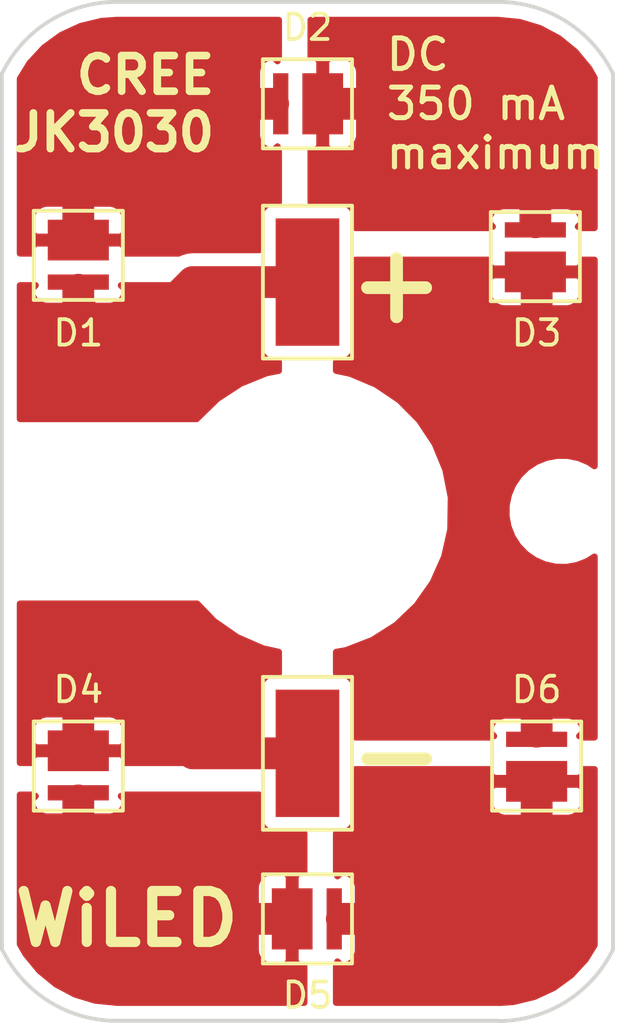
<source format=kicad_pcb>
(kicad_pcb (version 4) (host pcbnew 4.0.6+dfsg1-1)

  (general
    (links 7)
    (no_connects 0)
    (area 130.466667 79.424999 160.533333 119.583993)
    (thickness 1.6)
    (drawings 11)
    (tracks 28)
    (zones 0)
    (modules 11)
    (nets 8)
  )

  (page A4)
  (title_block
    (date 2018-07-08)
  )

  (layers
    (0 F.Cu signal)
    (31 B.Cu signal)
    (32 B.Adhes user)
    (33 F.Adhes user)
    (34 B.Paste user)
    (35 F.Paste user)
    (36 B.SilkS user)
    (37 F.SilkS user)
    (38 B.Mask user)
    (39 F.Mask user)
    (40 Dwgs.User user)
    (41 Cmts.User user)
    (42 Eco1.User user)
    (43 Eco2.User user)
    (44 Edge.Cuts user)
    (45 Margin user)
    (46 B.CrtYd user)
    (47 F.CrtYd user)
    (48 B.Fab user)
    (49 F.Fab user)
  )

  (setup
    (last_trace_width 1.25)
    (trace_clearance 0.2)
    (zone_clearance 0.508)
    (zone_45_only no)
    (trace_min 0.2)
    (segment_width 0.2)
    (edge_width 0.15)
    (via_size 0.6)
    (via_drill 0.4)
    (via_min_size 0.4)
    (via_min_drill 0.3)
    (uvia_size 0.3)
    (uvia_drill 0.1)
    (uvias_allowed no)
    (uvia_min_size 0.2)
    (uvia_min_drill 0.1)
    (pcb_text_width 0.3)
    (pcb_text_size 1.5 1.5)
    (mod_edge_width 0.15)
    (mod_text_size 1 1)
    (mod_text_width 0.15)
    (pad_size 1.524 1.524)
    (pad_drill 0.762)
    (pad_to_mask_clearance 0.2)
    (aux_axis_origin 0 0)
    (visible_elements FFFFFF7F)
    (pcbplotparams
      (layerselection 0x00030_80000001)
      (usegerberextensions false)
      (excludeedgelayer true)
      (linewidth 0.100000)
      (plotframeref false)
      (viasonmask false)
      (mode 1)
      (useauxorigin false)
      (hpglpennumber 1)
      (hpglpenspeed 20)
      (hpglpendiameter 15)
      (hpglpenoverlay 2)
      (psnegative false)
      (psa4output false)
      (plotreference true)
      (plotvalue true)
      (plotinvisibletext false)
      (padsonsilk false)
      (subtractmaskfromsilk false)
      (outputformat 1)
      (mirror false)
      (drillshape 1)
      (scaleselection 1)
      (outputdirectory ""))
  )

  (net 0 "")
  (net 1 "Net-(D1-Pad1)")
  (net 2 "Net-(D1-Pad2)")
  (net 3 "Net-(D2-Pad1)")
  (net 4 "Net-(D3-Pad1)")
  (net 5 "Net-(D4-Pad1)")
  (net 6 "Net-(D4-Pad2)")
  (net 7 "Net-(D5-Pad2)")

  (net_class Default "This is the default net class."
    (clearance 0.2)
    (trace_width 1.25)
    (via_dia 0.6)
    (via_drill 0.4)
    (uvia_dia 0.3)
    (uvia_drill 0.1)
    (add_net "Net-(D1-Pad1)")
    (add_net "Net-(D1-Pad2)")
    (add_net "Net-(D2-Pad1)")
    (add_net "Net-(D3-Pad1)")
    (add_net "Net-(D4-Pad1)")
    (add_net "Net-(D4-Pad2)")
    (add_net "Net-(D5-Pad2)")
  )

  (module custom-footprints:10mm_NPTH (layer F.Cu) (tedit 5B3868A7) (tstamp 5B386F90)
    (at 145.5 99.5)
    (fp_text reference REF** (at 0 6.5) (layer F.SilkS) hide
      (effects (font (size 1 1) (thickness 0.15)))
    )
    (fp_text value 10mm_NPTH (at 0 -6.75) (layer F.Fab) hide
      (effects (font (size 1 1) (thickness 0.15)))
    )
    (pad "" np_thru_hole circle (at 0 0) (size 10 10) (drill 10) (layers *.Cu *.Mask))
  )

  (module custom-footprints:3.2mm_NPTH (layer F.Cu) (tedit 5B386FA0) (tstamp 5B3878AF)
    (at 135.5 99.5)
    (fp_text reference REF** (at 0 2.75) (layer F.SilkS) hide
      (effects (font (size 1 1) (thickness 0.15)))
    )
    (fp_text value 3.2mm_NPTH (at 0 -2.5) (layer F.Fab) hide
      (effects (font (size 1 1) (thickness 0.15)))
    )
    (pad "" np_thru_hole circle (at 0 0) (size 3.1 3.1) (drill 3.1) (layers *.Cu *.Mask))
  )

  (module custom-footprints:3.2mm_NPTH (layer F.Cu) (tedit 5B386FD5) (tstamp 5B3878CF)
    (at 155.5 99.5)
    (fp_text reference REF** (at 0 2.75) (layer F.SilkS) hide
      (effects (font (size 1 1) (thickness 0.15)))
    )
    (fp_text value 3.2mm_NPTH (at 0 -2.5) (layer F.Fab) hide
      (effects (font (size 1 1) (thickness 0.15)))
    )
    (pad "" np_thru_hole circle (at 0 0) (size 3.1 3.1) (drill 3.1) (layers *.Cu *.Mask))
  )

  (module custom-footprints:JK3030 (layer F.Cu) (tedit 5B388712) (tstamp 5B386BE7)
    (at 136.5 89.45 270)
    (path /5B38617C)
    (fp_text reference D1 (at 3.05 0 360) (layer F.SilkS)
      (effects (font (size 1 1) (thickness 0.15)))
    )
    (fp_text value JK3030 (at 0 -2.5 270) (layer F.Fab)
      (effects (font (size 1 1) (thickness 0.15)))
    )
    (fp_line (start -1.75 -1.75) (end 1.75 -1.75) (layer F.SilkS) (width 0.15))
    (fp_line (start 1.75 -1.75) (end 1.75 1.75) (layer F.SilkS) (width 0.15))
    (fp_line (start 1.75 1.75) (end -1.75 1.75) (layer F.SilkS) (width 0.15))
    (fp_line (start -1.75 1.75) (end -1.75 -1.75) (layer F.SilkS) (width 0.15))
    (fp_line (start -1.75 -1.75) (end 1.75 -1.75) (layer F.CrtYd) (width 0.15))
    (fp_line (start 1.75 -1.75) (end 1.75 1.75) (layer F.CrtYd) (width 0.15))
    (fp_line (start 1.75 1.75) (end -1.75 1.75) (layer F.CrtYd) (width 0.15))
    (fp_line (start -1.75 1.75) (end -1.75 -1.75) (layer F.CrtYd) (width 0.15))
    (fp_line (start -1.5 -1.5) (end 1.5 -1.5) (layer F.Fab) (width 0.15))
    (fp_line (start 1.5 -1.5) (end 1.5 1.5) (layer F.Fab) (width 0.15))
    (fp_line (start 1.5 1.5) (end -1.5 1.5) (layer F.Fab) (width 0.15))
    (fp_line (start -1.5 1.5) (end -1.5 -1.5) (layer F.Fab) (width 0.15))
    (pad 1 smd rect (at -0.6 0 270) (size 1.6 2.4) (layers F.Cu F.Paste F.Mask)
      (net 1 "Net-(D1-Pad1)") (solder_paste_margin -0.15))
    (pad 2 smd rect (at 1.35 0 270) (size 0.6 2.4) (drill (offset -0.3 0)) (layers F.Cu F.Paste F.Mask)
      (net 2 "Net-(D1-Pad2)") (solder_paste_margin -0.1))
  )

  (module custom-footprints:JK3030 (layer F.Cu) (tedit 5B3870B1) (tstamp 5B386BF5)
    (at 145.5 83.5 180)
    (path /5B38626B)
    (fp_text reference D2 (at 0 3 180) (layer F.SilkS)
      (effects (font (size 1 1) (thickness 0.15)))
    )
    (fp_text value JK3030 (at 0 -2.5 180) (layer F.Fab)
      (effects (font (size 1 1) (thickness 0.15)))
    )
    (fp_line (start -1.75 -1.75) (end 1.75 -1.75) (layer F.SilkS) (width 0.15))
    (fp_line (start 1.75 -1.75) (end 1.75 1.75) (layer F.SilkS) (width 0.15))
    (fp_line (start 1.75 1.75) (end -1.75 1.75) (layer F.SilkS) (width 0.15))
    (fp_line (start -1.75 1.75) (end -1.75 -1.75) (layer F.SilkS) (width 0.15))
    (fp_line (start -1.75 -1.75) (end 1.75 -1.75) (layer F.CrtYd) (width 0.15))
    (fp_line (start 1.75 -1.75) (end 1.75 1.75) (layer F.CrtYd) (width 0.15))
    (fp_line (start 1.75 1.75) (end -1.75 1.75) (layer F.CrtYd) (width 0.15))
    (fp_line (start -1.75 1.75) (end -1.75 -1.75) (layer F.CrtYd) (width 0.15))
    (fp_line (start -1.5 -1.5) (end 1.5 -1.5) (layer F.Fab) (width 0.15))
    (fp_line (start 1.5 -1.5) (end 1.5 1.5) (layer F.Fab) (width 0.15))
    (fp_line (start 1.5 1.5) (end -1.5 1.5) (layer F.Fab) (width 0.15))
    (fp_line (start -1.5 1.5) (end -1.5 -1.5) (layer F.Fab) (width 0.15))
    (pad 1 smd rect (at -0.6 0 180) (size 1.6 2.4) (layers F.Cu F.Paste F.Mask)
      (net 3 "Net-(D2-Pad1)") (solder_paste_margin -0.15))
    (pad 2 smd rect (at 1.35 0 180) (size 0.6 2.4) (drill (offset -0.3 0)) (layers F.Cu F.Paste F.Mask)
      (net 1 "Net-(D1-Pad1)") (solder_paste_margin -0.1))
  )

  (module custom-footprints:JK3030 (layer F.Cu) (tedit 5B388719) (tstamp 5B386C03)
    (at 154.45 89.5 90)
    (path /5B386297)
    (fp_text reference D3 (at -3 0.05 180) (layer F.SilkS)
      (effects (font (size 1 1) (thickness 0.15)))
    )
    (fp_text value JK3030 (at 0 -2.5 90) (layer F.Fab)
      (effects (font (size 1 1) (thickness 0.15)))
    )
    (fp_line (start -1.75 -1.75) (end 1.75 -1.75) (layer F.SilkS) (width 0.15))
    (fp_line (start 1.75 -1.75) (end 1.75 1.75) (layer F.SilkS) (width 0.15))
    (fp_line (start 1.75 1.75) (end -1.75 1.75) (layer F.SilkS) (width 0.15))
    (fp_line (start -1.75 1.75) (end -1.75 -1.75) (layer F.SilkS) (width 0.15))
    (fp_line (start -1.75 -1.75) (end 1.75 -1.75) (layer F.CrtYd) (width 0.15))
    (fp_line (start 1.75 -1.75) (end 1.75 1.75) (layer F.CrtYd) (width 0.15))
    (fp_line (start 1.75 1.75) (end -1.75 1.75) (layer F.CrtYd) (width 0.15))
    (fp_line (start -1.75 1.75) (end -1.75 -1.75) (layer F.CrtYd) (width 0.15))
    (fp_line (start -1.5 -1.5) (end 1.5 -1.5) (layer F.Fab) (width 0.15))
    (fp_line (start 1.5 -1.5) (end 1.5 1.5) (layer F.Fab) (width 0.15))
    (fp_line (start 1.5 1.5) (end -1.5 1.5) (layer F.Fab) (width 0.15))
    (fp_line (start -1.5 1.5) (end -1.5 -1.5) (layer F.Fab) (width 0.15))
    (pad 1 smd rect (at -0.6 0 90) (size 1.6 2.4) (layers F.Cu F.Paste F.Mask)
      (net 4 "Net-(D3-Pad1)") (solder_paste_margin -0.15))
    (pad 2 smd rect (at 1.35 0 90) (size 0.6 2.4) (drill (offset -0.3 0)) (layers F.Cu F.Paste F.Mask)
      (net 3 "Net-(D2-Pad1)") (solder_paste_margin -0.1))
  )

  (module custom-footprints:JK3030 (layer F.Cu) (tedit 5B38871E) (tstamp 5B386C11)
    (at 136.5 109.5 270)
    (path /5B38646C)
    (fp_text reference D4 (at -3 0 360) (layer F.SilkS)
      (effects (font (size 1 1) (thickness 0.15)))
    )
    (fp_text value JK3030 (at 0 -2.5 270) (layer F.Fab)
      (effects (font (size 1 1) (thickness 0.15)))
    )
    (fp_line (start -1.75 -1.75) (end 1.75 -1.75) (layer F.SilkS) (width 0.15))
    (fp_line (start 1.75 -1.75) (end 1.75 1.75) (layer F.SilkS) (width 0.15))
    (fp_line (start 1.75 1.75) (end -1.75 1.75) (layer F.SilkS) (width 0.15))
    (fp_line (start -1.75 1.75) (end -1.75 -1.75) (layer F.SilkS) (width 0.15))
    (fp_line (start -1.75 -1.75) (end 1.75 -1.75) (layer F.CrtYd) (width 0.15))
    (fp_line (start 1.75 -1.75) (end 1.75 1.75) (layer F.CrtYd) (width 0.15))
    (fp_line (start 1.75 1.75) (end -1.75 1.75) (layer F.CrtYd) (width 0.15))
    (fp_line (start -1.75 1.75) (end -1.75 -1.75) (layer F.CrtYd) (width 0.15))
    (fp_line (start -1.5 -1.5) (end 1.5 -1.5) (layer F.Fab) (width 0.15))
    (fp_line (start 1.5 -1.5) (end 1.5 1.5) (layer F.Fab) (width 0.15))
    (fp_line (start 1.5 1.5) (end -1.5 1.5) (layer F.Fab) (width 0.15))
    (fp_line (start -1.5 1.5) (end -1.5 -1.5) (layer F.Fab) (width 0.15))
    (pad 1 smd rect (at -0.6 0 270) (size 1.6 2.4) (layers F.Cu F.Paste F.Mask)
      (net 5 "Net-(D4-Pad1)") (solder_paste_margin -0.15))
    (pad 2 smd rect (at 1.35 0 270) (size 0.6 2.4) (drill (offset -0.3 0)) (layers F.Cu F.Paste F.Mask)
      (net 6 "Net-(D4-Pad2)") (solder_paste_margin -0.1))
  )

  (module custom-footprints:JK3030 (layer F.Cu) (tedit 5B3870CF) (tstamp 5B386C1F)
    (at 145.5 115.5)
    (path /5B38642F)
    (fp_text reference D5 (at 0 3) (layer F.SilkS)
      (effects (font (size 1 1) (thickness 0.15)))
    )
    (fp_text value JK3030 (at 0 -2.5) (layer F.Fab)
      (effects (font (size 1 1) (thickness 0.15)))
    )
    (fp_line (start -1.75 -1.75) (end 1.75 -1.75) (layer F.SilkS) (width 0.15))
    (fp_line (start 1.75 -1.75) (end 1.75 1.75) (layer F.SilkS) (width 0.15))
    (fp_line (start 1.75 1.75) (end -1.75 1.75) (layer F.SilkS) (width 0.15))
    (fp_line (start -1.75 1.75) (end -1.75 -1.75) (layer F.SilkS) (width 0.15))
    (fp_line (start -1.75 -1.75) (end 1.75 -1.75) (layer F.CrtYd) (width 0.15))
    (fp_line (start 1.75 -1.75) (end 1.75 1.75) (layer F.CrtYd) (width 0.15))
    (fp_line (start 1.75 1.75) (end -1.75 1.75) (layer F.CrtYd) (width 0.15))
    (fp_line (start -1.75 1.75) (end -1.75 -1.75) (layer F.CrtYd) (width 0.15))
    (fp_line (start -1.5 -1.5) (end 1.5 -1.5) (layer F.Fab) (width 0.15))
    (fp_line (start 1.5 -1.5) (end 1.5 1.5) (layer F.Fab) (width 0.15))
    (fp_line (start 1.5 1.5) (end -1.5 1.5) (layer F.Fab) (width 0.15))
    (fp_line (start -1.5 1.5) (end -1.5 -1.5) (layer F.Fab) (width 0.15))
    (pad 1 smd rect (at -0.6 0) (size 1.6 2.4) (layers F.Cu F.Paste F.Mask)
      (net 6 "Net-(D4-Pad2)") (solder_paste_margin -0.15))
    (pad 2 smd rect (at 1.35 0) (size 0.6 2.4) (drill (offset -0.3 0)) (layers F.Cu F.Paste F.Mask)
      (net 7 "Net-(D5-Pad2)") (solder_paste_margin -0.1))
  )

  (module custom-footprints:JK3030 (layer F.Cu) (tedit 5B388721) (tstamp 5B386C2D)
    (at 154.5 109.5 90)
    (path /5B3863A7)
    (fp_text reference D6 (at 3 0 180) (layer F.SilkS)
      (effects (font (size 1 1) (thickness 0.15)))
    )
    (fp_text value JK3030 (at 0 -2.5 90) (layer F.Fab)
      (effects (font (size 1 1) (thickness 0.15)))
    )
    (fp_line (start -1.75 -1.75) (end 1.75 -1.75) (layer F.SilkS) (width 0.15))
    (fp_line (start 1.75 -1.75) (end 1.75 1.75) (layer F.SilkS) (width 0.15))
    (fp_line (start 1.75 1.75) (end -1.75 1.75) (layer F.SilkS) (width 0.15))
    (fp_line (start -1.75 1.75) (end -1.75 -1.75) (layer F.SilkS) (width 0.15))
    (fp_line (start -1.75 -1.75) (end 1.75 -1.75) (layer F.CrtYd) (width 0.15))
    (fp_line (start 1.75 -1.75) (end 1.75 1.75) (layer F.CrtYd) (width 0.15))
    (fp_line (start 1.75 1.75) (end -1.75 1.75) (layer F.CrtYd) (width 0.15))
    (fp_line (start -1.75 1.75) (end -1.75 -1.75) (layer F.CrtYd) (width 0.15))
    (fp_line (start -1.5 -1.5) (end 1.5 -1.5) (layer F.Fab) (width 0.15))
    (fp_line (start 1.5 -1.5) (end 1.5 1.5) (layer F.Fab) (width 0.15))
    (fp_line (start 1.5 1.5) (end -1.5 1.5) (layer F.Fab) (width 0.15))
    (fp_line (start -1.5 1.5) (end -1.5 -1.5) (layer F.Fab) (width 0.15))
    (pad 1 smd rect (at -0.6 0 90) (size 1.6 2.4) (layers F.Cu F.Paste F.Mask)
      (net 7 "Net-(D5-Pad2)") (solder_paste_margin -0.15))
    (pad 2 smd rect (at 1.35 0 90) (size 0.6 2.4) (drill (offset -0.3 0)) (layers F.Cu F.Paste F.Mask)
      (net 4 "Net-(D3-Pad1)") (solder_paste_margin -0.1))
  )

  (module custom-footprints:2x5mm_SMD_pad (layer F.Cu) (tedit 5B388935) (tstamp 5B3873E9)
    (at 145.5 109)
    (path /5B386ED9)
    (fp_text reference J2 (at 0 4) (layer F.SilkS) hide
      (effects (font (size 1 1) (thickness 0.15)))
    )
    (fp_text value - (at 3.5 0) (layer F.SilkS)
      (effects (font (size 3 3) (thickness 0.5)))
    )
    (fp_line (start -1.75 -3) (end 1.75 -3) (layer F.SilkS) (width 0.15))
    (fp_line (start 1.75 -3) (end 1.75 3) (layer F.SilkS) (width 0.15))
    (fp_line (start 1.75 3) (end -1.75 3) (layer F.SilkS) (width 0.15))
    (fp_line (start -1.75 3) (end -1.75 -3) (layer F.SilkS) (width 0.15))
    (pad 1 smd rect (at 0 0) (size 2.5 5) (layers F.Cu F.Paste F.Mask)
      (net 5 "Net-(D4-Pad1)"))
  )

  (module custom-footprints:2x5mm_SMD_pad (layer F.Cu) (tedit 5B38892F) (tstamp 5B3873E5)
    (at 145.5 90.5)
    (path /5B386C46)
    (fp_text reference J1 (at 0 4) (layer F.SilkS) hide
      (effects (font (size 1 1) (thickness 0.15)))
    )
    (fp_text value + (at 3.5 0) (layer F.SilkS)
      (effects (font (size 3 3) (thickness 0.5)))
    )
    (fp_line (start -1.75 -3) (end 1.75 -3) (layer F.SilkS) (width 0.15))
    (fp_line (start 1.75 -3) (end 1.75 3) (layer F.SilkS) (width 0.15))
    (fp_line (start 1.75 3) (end -1.75 3) (layer F.SilkS) (width 0.15))
    (fp_line (start -1.75 3) (end -1.75 -3) (layer F.SilkS) (width 0.15))
    (pad 1 smd rect (at 0 0) (size 2.5 5) (layers F.Cu F.Paste F.Mask)
      (net 2 "Net-(D1-Pad2)"))
  )

  (gr_line (start 157.5 116.7) (end 157.5 82.3) (layer Edge.Cuts) (width 0.15))
  (gr_line (start 133.5 116.7) (end 133.5 82.3) (layer Edge.Cuts) (width 0.15))
  (gr_text WiLED (at 143 115.5) (layer F.SilkS) (tstamp 5B3888B7)
    (effects (font (size 2 2) (thickness 0.4)) (justify right))
  )
  (gr_text "DC\n350 mA\nmaximum" (at 148.5 83.5) (layer F.SilkS) (tstamp 5B3887EB)
    (effects (font (size 1.2 1.2) (thickness 0.2)) (justify left))
  )
  (gr_text "CREE\nJK3030" (at 142 83.5) (layer F.SilkS)
    (effects (font (size 1.4 1.4) (thickness 0.3)) (justify right))
  )
  (gr_line (start 138 119.5) (end 153 119.5) (angle 90) (layer Edge.Cuts) (width 0.15))
  (gr_line (start 138 79.5) (end 153 79.5) (angle 90) (layer Edge.Cuts) (width 0.15))
  (gr_arc (start 153 114.5) (end 157.5 116.7) (angle 63.94650469) (layer Edge.Cuts) (width 0.15))
  (gr_arc (start 138 114.5) (end 138 119.5) (angle 63.94650743) (layer Edge.Cuts) (width 0.15))
  (gr_arc (start 153 84.5) (end 153 79.5) (angle 63.94650743) (layer Edge.Cuts) (width 0.15))
  (gr_arc (start 138 84.5) (end 138 79.5) (angle -63.94650743) (layer Edge.Cuts) (width 0.15))

  (segment (start 144.15 83.5) (end 139.5 83.5) (width 1.25) (layer F.Cu) (net 1))
  (segment (start 136.5 86.5) (end 136.5 88.85) (width 1.25) (layer F.Cu) (net 1) (tstamp 5B38756C))
  (segment (start 139.5 83.5) (end 136.5 86.5) (width 1.25) (layer F.Cu) (net 1) (tstamp 5B38756B))
  (segment (start 136.5 90.8) (end 136.5 91.5) (width 1.25) (layer F.Cu) (net 2))
  (segment (start 141 90.5) (end 145.5 90.5) (width 1.25) (layer F.Cu) (net 2) (tstamp 5B3875C0))
  (segment (start 139 92.5) (end 141 90.5) (width 1.25) (layer F.Cu) (net 2) (tstamp 5B3875BF))
  (segment (start 137.5 92.5) (end 139 92.5) (width 1.25) (layer F.Cu) (net 2) (tstamp 5B3875BE))
  (segment (start 136.5 91.5) (end 137.5 92.5) (width 1.25) (layer F.Cu) (net 2) (tstamp 5B3875BC))
  (segment (start 154.45 88.15) (end 154.45 86.7) (width 1.25) (layer F.Cu) (net 3))
  (segment (start 151.25 83.5) (end 146.1 83.5) (width 1.25) (layer F.Cu) (net 3) (tstamp 5B387619))
  (segment (start 154.45 86.7) (end 151.25 83.5) (width 1.25) (layer F.Cu) (net 3) (tstamp 5B387618))
  (segment (start 154.5 108.15) (end 154.5 102.5) (width 1.25) (layer F.Cu) (net 4))
  (segment (start 154.5 96.5) (end 154.5 90.15) (width 1.25) (layer F.Cu) (net 4) (tstamp 5B3878E8))
  (segment (start 152.5 98.5) (end 154.5 96.5) (width 1.25) (layer F.Cu) (net 4) (tstamp 5B3878E7))
  (segment (start 152.5 100.5) (end 152.5 98.5) (width 1.25) (layer F.Cu) (net 4) (tstamp 5B3878E6))
  (segment (start 154.5 102.5) (end 152.5 100.5) (width 1.25) (layer F.Cu) (net 4) (tstamp 5B3878E5))
  (segment (start 154.5 90.15) (end 154.45 90.1) (width 1.25) (layer F.Cu) (net 4) (tstamp 5B3878E9))
  (segment (start 136.5 108.9) (end 136.5 107) (width 1.25) (layer F.Cu) (net 5))
  (segment (start 141 109) (end 145.5 109) (width 1.25) (layer F.Cu) (net 5) (tstamp 5B3875B8))
  (segment (start 138.5 106.5) (end 141 109) (width 1.25) (layer F.Cu) (net 5) (tstamp 5B3875B7))
  (segment (start 137 106.5) (end 138.5 106.5) (width 1.25) (layer F.Cu) (net 5) (tstamp 5B3875B6))
  (segment (start 136.5 107) (end 137 106.5) (width 1.25) (layer F.Cu) (net 5) (tstamp 5B3875B5))
  (segment (start 144.9 115.5) (end 139.5 115.5) (width 1.25) (layer F.Cu) (net 6))
  (segment (start 136.5 112.5) (end 136.5 110.85) (width 1.25) (layer F.Cu) (net 6) (tstamp 5B3875B2))
  (segment (start 139.5 115.5) (end 136.5 112.5) (width 1.25) (layer F.Cu) (net 6) (tstamp 5B3875B1))
  (segment (start 154.5 110.1) (end 154.5 112.5) (width 1.25) (layer F.Cu) (net 7))
  (segment (start 151.5 115.5) (end 146.85 115.5) (width 1.25) (layer F.Cu) (net 7) (tstamp 5B3875AE))
  (segment (start 154.5 112.5) (end 151.5 115.5) (width 1.25) (layer F.Cu) (net 7) (tstamp 5B3875AD))

  (zone (net 1) (net_name "Net-(D1-Pad1)") (layer F.Cu) (tstamp 5B387D32) (hatch edge 0.508)
    (connect_pads (clearance 0.508))
    (min_thickness 0.254)
    (fill yes (arc_segments 32) (thermal_gap 0.508) (thermal_bridge_width 0.508))
    (polygon
      (pts
        (xy 137.5 89.5) (xy 144.5 89.5) (xy 144.5 80) (xy 133.5 80) (xy 133.5 89.5)
      )
    )
    (filled_polygon
      (pts
        (xy 144.373 81.665) (xy 144.322998 81.665) (xy 144.322998 81.823748) (xy 144.16425 81.665) (xy 144.087458 81.665)
        (xy 143.964777 81.689403) (xy 143.849215 81.73727) (xy 143.745211 81.806763) (xy 143.656763 81.895211) (xy 143.58727 81.999215)
        (xy 143.539403 82.114777) (xy 143.515 82.237458) (xy 143.515 83.21425) (xy 143.67375 83.373) (xy 144.323 83.373)
        (xy 144.323 83.353) (xy 144.373 83.353) (xy 144.373 83.647) (xy 144.323 83.647) (xy 144.323 83.627)
        (xy 143.67375 83.627) (xy 143.515 83.78575) (xy 143.515 84.762542) (xy 143.539403 84.885223) (xy 143.58727 85.000785)
        (xy 143.656763 85.104789) (xy 143.745211 85.193237) (xy 143.849215 85.26273) (xy 143.964777 85.310597) (xy 144.087458 85.335)
        (xy 144.16425 85.335) (xy 144.322998 85.176252) (xy 144.322998 85.335) (xy 144.373 85.335) (xy 144.373 87.361928)
        (xy 144.25 87.361928) (xy 144.148879 87.369992) (xy 143.977366 87.423106) (xy 143.827441 87.5219) (xy 143.710975 87.65855)
        (xy 143.63719 87.822237) (xy 143.611928 88) (xy 143.611928 89.24) (xy 141 89.24) (xy 140.884166 89.251358)
        (xy 140.768221 89.261502) (xy 140.761858 89.263351) (xy 140.755265 89.263997) (xy 140.643894 89.297621) (xy 140.532076 89.330107)
        (xy 140.526189 89.333158) (xy 140.519851 89.335072) (xy 140.448519 89.373) (xy 138.335 89.373) (xy 138.335 89.13575)
        (xy 138.17625 88.977) (xy 136.627 88.977) (xy 136.627 88.997) (xy 136.373 88.997) (xy 136.373 88.977)
        (xy 134.82375 88.977) (xy 134.665 89.13575) (xy 134.665 89.373) (xy 134.21 89.373) (xy 134.21 87.987458)
        (xy 134.665 87.987458) (xy 134.665 88.56425) (xy 134.82375 88.723) (xy 136.373 88.723) (xy 136.373 87.57375)
        (xy 136.627 87.57375) (xy 136.627 88.723) (xy 138.17625 88.723) (xy 138.335 88.56425) (xy 138.335 87.987458)
        (xy 138.310597 87.864777) (xy 138.26273 87.749215) (xy 138.193237 87.645211) (xy 138.104789 87.556763) (xy 138.000785 87.48727)
        (xy 137.885223 87.439403) (xy 137.762542 87.415) (xy 136.78575 87.415) (xy 136.627 87.57375) (xy 136.373 87.57375)
        (xy 136.21425 87.415) (xy 135.237458 87.415) (xy 135.114777 87.439403) (xy 134.999215 87.48727) (xy 134.895211 87.556763)
        (xy 134.806763 87.645211) (xy 134.73727 87.749215) (xy 134.689403 87.864777) (xy 134.665 87.987458) (xy 134.21 87.987458)
        (xy 134.21 82.518321) (xy 134.58802 81.905141) (xy 135.157009 81.291838) (xy 135.834292 80.80073) (xy 136.594062 80.450527)
        (xy 137.417261 80.252187) (xy 138.024634 80.21) (xy 144.373 80.21)
      )
    )
  )
  (zone (net 3) (net_name "Net-(D2-Pad1)") (layer F.Cu) (tstamp 5B387D34) (hatch edge 0.508)
    (connect_pads (clearance 0.508))
    (min_thickness 0.254)
    (fill yes (arc_segments 32) (thermal_gap 0.508) (thermal_bridge_width 0.508))
    (polygon
      (pts
        (xy 157.5 88.5) (xy 145.5 88.5) (xy 145.5 80) (xy 157.5 80)
      )
    )
    (filled_polygon
      (pts
        (xy 153.832601 80.295041) (xy 154.633494 80.536846) (xy 155.372165 80.929604) (xy 156.020482 81.458357) (xy 156.560223 82.110792)
        (xy 156.773 82.478935) (xy 156.773 88.373) (xy 156.285 88.373) (xy 156.285 88.322998) (xy 156.126252 88.322998)
        (xy 156.285 88.16425) (xy 156.285 88.087458) (xy 156.260597 87.964777) (xy 156.21273 87.849215) (xy 156.143237 87.745211)
        (xy 156.054789 87.656763) (xy 155.950785 87.58727) (xy 155.835223 87.539403) (xy 155.712542 87.515) (xy 154.73575 87.515)
        (xy 154.577 87.67375) (xy 154.577 88.323) (xy 154.597 88.323) (xy 154.597 88.373) (xy 154.303 88.373)
        (xy 154.303 88.323) (xy 154.323 88.323) (xy 154.323 87.67375) (xy 154.16425 87.515) (xy 153.187458 87.515)
        (xy 153.064777 87.539403) (xy 152.949215 87.58727) (xy 152.845211 87.656763) (xy 152.756763 87.745211) (xy 152.68727 87.849215)
        (xy 152.639403 87.964777) (xy 152.615 88.087458) (xy 152.615 88.16425) (xy 152.773748 88.322998) (xy 152.615 88.322998)
        (xy 152.615 88.373) (xy 147.388072 88.373) (xy 147.388072 88) (xy 147.380008 87.898879) (xy 147.326894 87.727366)
        (xy 147.2281 87.577441) (xy 147.09145 87.460975) (xy 146.927763 87.38719) (xy 146.75 87.361928) (xy 145.627 87.361928)
        (xy 145.627 85.335) (xy 145.81425 85.335) (xy 145.973 85.17625) (xy 145.973 83.627) (xy 146.227 83.627)
        (xy 146.227 85.17625) (xy 146.38575 85.335) (xy 146.962542 85.335) (xy 147.085223 85.310597) (xy 147.200785 85.26273)
        (xy 147.304789 85.193237) (xy 147.393237 85.104789) (xy 147.46273 85.000785) (xy 147.510597 84.885223) (xy 147.535 84.762542)
        (xy 147.535 83.78575) (xy 147.37625 83.627) (xy 146.227 83.627) (xy 145.973 83.627) (xy 145.953 83.627)
        (xy 145.953 83.373) (xy 145.973 83.373) (xy 145.973 81.82375) (xy 146.227 81.82375) (xy 146.227 83.373)
        (xy 147.37625 83.373) (xy 147.535 83.21425) (xy 147.535 82.237458) (xy 147.510597 82.114777) (xy 147.46273 81.999215)
        (xy 147.393237 81.895211) (xy 147.304789 81.806763) (xy 147.200785 81.73727) (xy 147.085223 81.689403) (xy 146.962542 81.665)
        (xy 146.38575 81.665) (xy 146.227 81.82375) (xy 145.973 81.82375) (xy 145.81425 81.665) (xy 145.627 81.665)
        (xy 145.627 80.21) (xy 152.96528 80.21)
      )
    )
  )
  (zone (net 4) (net_name "Net-(D3-Pad1)") (layer F.Cu) (tstamp 5B387D36) (hatch edge 0.508)
    (connect_pads (clearance 0.508))
    (min_thickness 0.254)
    (fill yes (arc_segments 32) (thermal_gap 0.508) (thermal_bridge_width 0.508))
    (polygon
      (pts
        (xy 157.5 108.5) (xy 146.5 108.5) (xy 146.5 89.5) (xy 157.5 89.5)
      )
    )
    (filled_polygon
      (pts
        (xy 152.615 89.81425) (xy 152.77375 89.973) (xy 154.323 89.973) (xy 154.323 89.953) (xy 154.577 89.953)
        (xy 154.577 89.973) (xy 156.12625 89.973) (xy 156.285 89.81425) (xy 156.285 89.627) (xy 156.773 89.627)
        (xy 156.773 97.722951) (xy 156.544267 97.568668) (xy 156.149248 97.402618) (xy 155.7295 97.316456) (xy 155.30101 97.313464)
        (xy 154.880099 97.393757) (xy 154.4828 97.554276) (xy 154.124246 97.788907) (xy 153.818094 98.088714) (xy 153.576006 98.442275)
        (xy 153.407201 98.836125) (xy 153.318111 99.255262) (xy 153.312128 99.683721) (xy 153.389481 100.105182) (xy 153.547222 100.503591)
        (xy 153.779345 100.863775) (xy 154.077006 101.172012) (xy 154.428869 101.416563) (xy 154.821531 101.588113) (xy 155.240036 101.680127)
        (xy 155.668442 101.689101) (xy 156.090433 101.614693) (xy 156.489934 101.459736) (xy 156.773 101.280097) (xy 156.773 108.373)
        (xy 156.335 108.373) (xy 156.335 108.322998) (xy 156.176252 108.322998) (xy 156.335 108.16425) (xy 156.335 108.087458)
        (xy 156.310597 107.964777) (xy 156.26273 107.849215) (xy 156.193237 107.745211) (xy 156.104789 107.656763) (xy 156.000785 107.58727)
        (xy 155.885223 107.539403) (xy 155.762542 107.515) (xy 154.78575 107.515) (xy 154.627 107.67375) (xy 154.627 108.323)
        (xy 154.647 108.323) (xy 154.647 108.373) (xy 154.353 108.373) (xy 154.353 108.323) (xy 154.373 108.323)
        (xy 154.373 107.67375) (xy 154.21425 107.515) (xy 153.237458 107.515) (xy 153.114777 107.539403) (xy 152.999215 107.58727)
        (xy 152.895211 107.656763) (xy 152.806763 107.745211) (xy 152.73727 107.849215) (xy 152.689403 107.964777) (xy 152.665 108.087458)
        (xy 152.665 108.16425) (xy 152.823748 108.322998) (xy 152.665 108.322998) (xy 152.665 108.373) (xy 147.388072 108.373)
        (xy 147.388072 106.5) (xy 147.380008 106.398879) (xy 147.326894 106.227366) (xy 147.2281 106.077441) (xy 147.09145 105.960975)
        (xy 146.927763 105.88719) (xy 146.75 105.861928) (xy 146.627 105.861928) (xy 146.627 105.023454) (xy 147.022695 104.953682)
        (xy 148.052988 104.554057) (xy 148.986038 103.961926) (xy 149.786307 103.199841) (xy 150.423311 102.29683) (xy 150.872787 101.287288)
        (xy 151.117616 100.20967) (xy 151.135241 98.94746) (xy 150.920597 97.863425) (xy 150.499483 96.841728) (xy 149.887941 95.921283)
        (xy 149.109264 95.13715) (xy 148.19311 94.519197) (xy 147.174377 94.090961) (xy 146.627 93.9786) (xy 146.627 93.638072)
        (xy 146.75 93.638072) (xy 146.851121 93.630008) (xy 147.022634 93.576894) (xy 147.172559 93.4781) (xy 147.289025 93.34145)
        (xy 147.36281 93.177763) (xy 147.388072 93) (xy 147.388072 90.38575) (xy 152.615 90.38575) (xy 152.615 90.962542)
        (xy 152.639403 91.085223) (xy 152.68727 91.200785) (xy 152.756763 91.304789) (xy 152.845211 91.393237) (xy 152.949215 91.46273)
        (xy 153.064777 91.510597) (xy 153.187458 91.535) (xy 154.16425 91.535) (xy 154.323 91.37625) (xy 154.323 90.227)
        (xy 154.577 90.227) (xy 154.577 91.37625) (xy 154.73575 91.535) (xy 155.712542 91.535) (xy 155.835223 91.510597)
        (xy 155.950785 91.46273) (xy 156.054789 91.393237) (xy 156.143237 91.304789) (xy 156.21273 91.200785) (xy 156.260597 91.085223)
        (xy 156.285 90.962542) (xy 156.285 90.38575) (xy 156.12625 90.227) (xy 154.577 90.227) (xy 154.323 90.227)
        (xy 152.77375 90.227) (xy 152.615 90.38575) (xy 147.388072 90.38575) (xy 147.388072 89.627) (xy 152.615 89.627)
      )
    )
  )
  (zone (net 7) (net_name "Net-(D5-Pad2)") (layer F.Cu) (tstamp 5B387D37) (hatch edge 0.508)
    (connect_pads (clearance 0.508))
    (min_thickness 0.254)
    (fill yes (arc_segments 32) (thermal_gap 0.508) (thermal_bridge_width 0.508))
    (polygon
      (pts
        (xy 157.5 119) (xy 146.5 119) (xy 146.5 109.5) (xy 157.5 109.5)
      )
    )
    (filled_polygon
      (pts
        (xy 152.665 109.81425) (xy 152.82375 109.973) (xy 154.373 109.973) (xy 154.373 109.953) (xy 154.627 109.953)
        (xy 154.627 109.973) (xy 156.17625 109.973) (xy 156.335 109.81425) (xy 156.335 109.627) (xy 156.773 109.627)
        (xy 156.773 116.526307) (xy 156.419139 117.1003) (xy 155.848951 117.714895) (xy 155.170254 118.20703) (xy 154.408886 118.557969)
        (xy 153.583975 118.75672) (xy 153.045835 118.794098) (xy 153.009913 118.790069) (xy 153 118.79) (xy 146.627 118.79)
        (xy 146.627 117.335) (xy 146.677002 117.335) (xy 146.677002 117.176252) (xy 146.83575 117.335) (xy 146.912542 117.335)
        (xy 147.035223 117.310597) (xy 147.150785 117.26273) (xy 147.254789 117.193237) (xy 147.343237 117.104789) (xy 147.41273 117.000785)
        (xy 147.460597 116.885223) (xy 147.485 116.762542) (xy 147.485 115.78575) (xy 147.32625 115.627) (xy 146.677 115.627)
        (xy 146.677 115.647) (xy 146.627 115.647) (xy 146.627 115.353) (xy 146.677 115.353) (xy 146.677 115.373)
        (xy 147.32625 115.373) (xy 147.485 115.21425) (xy 147.485 114.237458) (xy 147.460597 114.114777) (xy 147.41273 113.999215)
        (xy 147.343237 113.895211) (xy 147.254789 113.806763) (xy 147.150785 113.73727) (xy 147.035223 113.689403) (xy 146.912542 113.665)
        (xy 146.83575 113.665) (xy 146.677002 113.823748) (xy 146.677002 113.665) (xy 146.627 113.665) (xy 146.627 112.138072)
        (xy 146.75 112.138072) (xy 146.851121 112.130008) (xy 147.022634 112.076894) (xy 147.172559 111.9781) (xy 147.289025 111.84145)
        (xy 147.36281 111.677763) (xy 147.388072 111.5) (xy 147.388072 110.38575) (xy 152.665 110.38575) (xy 152.665 110.962542)
        (xy 152.689403 111.085223) (xy 152.73727 111.200785) (xy 152.806763 111.304789) (xy 152.895211 111.393237) (xy 152.999215 111.46273)
        (xy 153.114777 111.510597) (xy 153.237458 111.535) (xy 154.21425 111.535) (xy 154.373 111.37625) (xy 154.373 110.227)
        (xy 154.627 110.227) (xy 154.627 111.37625) (xy 154.78575 111.535) (xy 155.762542 111.535) (xy 155.885223 111.510597)
        (xy 156.000785 111.46273) (xy 156.104789 111.393237) (xy 156.193237 111.304789) (xy 156.26273 111.200785) (xy 156.310597 111.085223)
        (xy 156.335 110.962542) (xy 156.335 110.38575) (xy 156.17625 110.227) (xy 154.627 110.227) (xy 154.373 110.227)
        (xy 152.82375 110.227) (xy 152.665 110.38575) (xy 147.388072 110.38575) (xy 147.388072 109.627) (xy 152.665 109.627)
      )
    )
  )
  (zone (net 6) (net_name "Net-(D4-Pad2)") (layer F.Cu) (tstamp 5B387D38) (hatch edge 0.508)
    (connect_pads (clearance 0.508))
    (min_thickness 0.254)
    (fill yes (arc_segments 32) (thermal_gap 0.508) (thermal_bridge_width 0.508))
    (polygon
      (pts
        (xy 145.5 119) (xy 133.5 119) (xy 133.5 110.5) (xy 145.5 110.5)
      )
    )
    (filled_polygon
      (pts
        (xy 134.665 110.677002) (xy 134.823748 110.677002) (xy 134.665 110.83575) (xy 134.665 110.912542) (xy 134.689403 111.035223)
        (xy 134.73727 111.150785) (xy 134.806763 111.254789) (xy 134.895211 111.343237) (xy 134.999215 111.41273) (xy 135.114777 111.460597)
        (xy 135.237458 111.485) (xy 136.21425 111.485) (xy 136.373 111.32625) (xy 136.373 110.677) (xy 136.353 110.677)
        (xy 136.353 110.627) (xy 136.647 110.627) (xy 136.647 110.677) (xy 136.627 110.677) (xy 136.627 111.32625)
        (xy 136.78575 111.485) (xy 137.762542 111.485) (xy 137.885223 111.460597) (xy 138.000785 111.41273) (xy 138.104789 111.343237)
        (xy 138.193237 111.254789) (xy 138.26273 111.150785) (xy 138.310597 111.035223) (xy 138.335 110.912542) (xy 138.335 110.83575)
        (xy 138.176252 110.677002) (xy 138.335 110.677002) (xy 138.335 110.627) (xy 143.611928 110.627) (xy 143.611928 111.5)
        (xy 143.619992 111.601121) (xy 143.673106 111.772634) (xy 143.7719 111.922559) (xy 143.90855 112.039025) (xy 144.072237 112.11281)
        (xy 144.25 112.138072) (xy 145.373 112.138072) (xy 145.373 113.665) (xy 145.18575 113.665) (xy 145.027 113.82375)
        (xy 145.027 115.373) (xy 145.047 115.373) (xy 145.047 115.627) (xy 145.027 115.627) (xy 145.027 117.17625)
        (xy 145.18575 117.335) (xy 145.373 117.335) (xy 145.373 118.79) (xy 138.034719 118.79) (xy 137.167399 118.704959)
        (xy 136.366506 118.463154) (xy 135.627832 118.070395) (xy 134.979516 117.54164) (xy 134.439775 116.889206) (xy 134.21 116.491651)
        (xy 134.21 115.78575) (xy 143.465 115.78575) (xy 143.465 116.762542) (xy 143.489403 116.885223) (xy 143.53727 117.000785)
        (xy 143.606763 117.104789) (xy 143.695211 117.193237) (xy 143.799215 117.26273) (xy 143.914777 117.310597) (xy 144.037458 117.335)
        (xy 144.61425 117.335) (xy 144.773 117.17625) (xy 144.773 115.627) (xy 143.62375 115.627) (xy 143.465 115.78575)
        (xy 134.21 115.78575) (xy 134.21 114.237458) (xy 143.465 114.237458) (xy 143.465 115.21425) (xy 143.62375 115.373)
        (xy 144.773 115.373) (xy 144.773 113.82375) (xy 144.61425 113.665) (xy 144.037458 113.665) (xy 143.914777 113.689403)
        (xy 143.799215 113.73727) (xy 143.695211 113.806763) (xy 143.606763 113.895211) (xy 143.53727 113.999215) (xy 143.489403 114.114777)
        (xy 143.465 114.237458) (xy 134.21 114.237458) (xy 134.21 110.627) (xy 134.665 110.627)
      )
    )
  )
  (zone (net 5) (net_name "Net-(D4-Pad1)") (layer F.Cu) (tstamp 5B388502) (hatch edge 0.508)
    (connect_pads (clearance 0.508))
    (min_thickness 0.254)
    (fill yes (arc_segments 32) (thermal_gap 0.508) (thermal_bridge_width 0.508))
    (polygon
      (pts
        (xy 144.5 109.5) (xy 133.5 109.5) (xy 133.5 103) (xy 144.5 103)
      )
    )
    (filled_polygon
      (pts
        (xy 141.830173 103.812032) (xy 142.737609 104.442716) (xy 143.750264 104.885134) (xy 144.373 105.022052) (xy 144.373 105.865)
        (xy 144.187458 105.865) (xy 144.064777 105.889403) (xy 143.949215 105.93727) (xy 143.845211 106.006763) (xy 143.756763 106.095211)
        (xy 143.68727 106.199215) (xy 143.639403 106.314777) (xy 143.615 106.437458) (xy 143.615 108.71425) (xy 143.77375 108.873)
        (xy 144.373 108.873) (xy 144.373 109.127) (xy 143.77375 109.127) (xy 143.615 109.28575) (xy 143.615 109.373)
        (xy 138.335 109.373) (xy 138.335 109.18575) (xy 138.17625 109.027) (xy 136.627 109.027) (xy 136.627 109.047)
        (xy 136.373 109.047) (xy 136.373 109.027) (xy 134.82375 109.027) (xy 134.665 109.18575) (xy 134.665 109.373)
        (xy 134.21 109.373) (xy 134.21 108.037458) (xy 134.665 108.037458) (xy 134.665 108.61425) (xy 134.82375 108.773)
        (xy 136.373 108.773) (xy 136.373 107.62375) (xy 136.627 107.62375) (xy 136.627 108.773) (xy 138.17625 108.773)
        (xy 138.335 108.61425) (xy 138.335 108.037458) (xy 138.310597 107.914777) (xy 138.26273 107.799215) (xy 138.193237 107.695211)
        (xy 138.104789 107.606763) (xy 138.000785 107.53727) (xy 137.885223 107.489403) (xy 137.762542 107.465) (xy 136.78575 107.465)
        (xy 136.627 107.62375) (xy 136.373 107.62375) (xy 136.21425 107.465) (xy 135.237458 107.465) (xy 135.114777 107.489403)
        (xy 134.999215 107.53727) (xy 134.895211 107.606763) (xy 134.806763 107.695211) (xy 134.73727 107.799215) (xy 134.689403 107.914777)
        (xy 134.665 108.037458) (xy 134.21 108.037458) (xy 134.21 103.127) (xy 141.168646 103.127)
      )
    )
  )
  (zone (net 2) (net_name "Net-(D1-Pad2)") (layer F.Cu) (tstamp 5B388527) (hatch edge 0.508)
    (connect_pads (clearance 0.508))
    (min_thickness 0.254)
    (fill yes (arc_segments 32) (thermal_gap 0.508) (thermal_bridge_width 0.508))
    (polygon
      (pts
        (xy 144.5 96) (xy 133.5 96) (xy 133.5 90.5) (xy 144.5 90.5)
      )
    )
    (filled_polygon
      (pts
        (xy 134.665 90.627002) (xy 134.823748 90.627002) (xy 134.665 90.78575) (xy 134.665 90.862542) (xy 134.689403 90.985223)
        (xy 134.73727 91.100785) (xy 134.806763 91.204789) (xy 134.895211 91.293237) (xy 134.999215 91.36273) (xy 135.114777 91.410597)
        (xy 135.237458 91.435) (xy 136.21425 91.435) (xy 136.373 91.27625) (xy 136.373 90.627) (xy 136.627 90.627)
        (xy 136.627 91.27625) (xy 136.78575 91.435) (xy 137.762542 91.435) (xy 137.885223 91.410597) (xy 138.000785 91.36273)
        (xy 138.104789 91.293237) (xy 138.193237 91.204789) (xy 138.26273 91.100785) (xy 138.310597 90.985223) (xy 138.335 90.862542)
        (xy 138.335 90.78575) (xy 138.176252 90.627002) (xy 138.335 90.627002) (xy 138.335 90.627) (xy 143.615 90.627)
        (xy 143.615 90.627002) (xy 143.773748 90.627002) (xy 143.615 90.78575) (xy 143.615 93.062542) (xy 143.639403 93.185223)
        (xy 143.68727 93.300785) (xy 143.756763 93.404789) (xy 143.845211 93.493237) (xy 143.949215 93.56273) (xy 144.064777 93.610597)
        (xy 144.187458 93.635) (xy 144.373 93.635) (xy 144.373 93.97813) (xy 143.901308 94.06811) (xy 142.876695 94.48208)
        (xy 141.952003 95.087182) (xy 141.162453 95.860366) (xy 141.153802 95.873) (xy 134.21 95.873) (xy 134.21 90.627)
        (xy 134.665 90.627)
      )
    )
  )
  (zone (net 0) (net_name "") (layer F.Cu) (tstamp 0) (hatch edge 0.508)
    (connect_pads (clearance 0.508))
    (min_thickness 0.254)
    (keepout (tracks allowed) (vias allowed) (copperpour not_allowed))
    (fill (arc_segments 16) (thermal_gap 0.508) (thermal_bridge_width 0.508))
    (polygon
      (pts
        (xy 156.9 117.6) (xy 156.9 81.4) (xy 158.1 81.4) (xy 158.1 117.6)
      )
    )
  )
)

</source>
